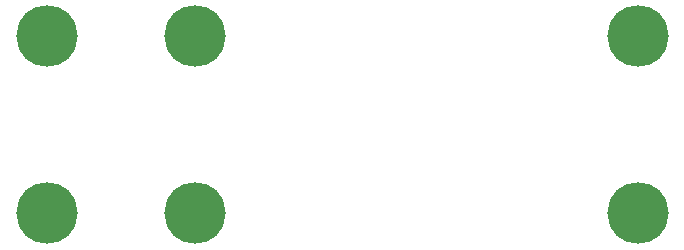
<source format=gbs>
G04*
G04 #@! TF.GenerationSoftware,Altium Limited,Altium Designer,21.4.1 (30)*
G04*
G04 Layer_Color=16711935*
%FSLAX25Y25*%
%MOIN*%
G70*
G04*
G04 #@! TF.SameCoordinates,3DD515BA-ABF8-41DF-8C9C-53FC49308A7C*
G04*
G04*
G04 #@! TF.FilePolarity,Negative*
G04*
G01*
G75*
%ADD15C,0.20485*%
D15*
X68898Y78740D02*
D03*
Y19685D02*
D03*
X19685D02*
D03*
X216535D02*
D03*
Y78740D02*
D03*
X19685D02*
D03*
M02*

</source>
